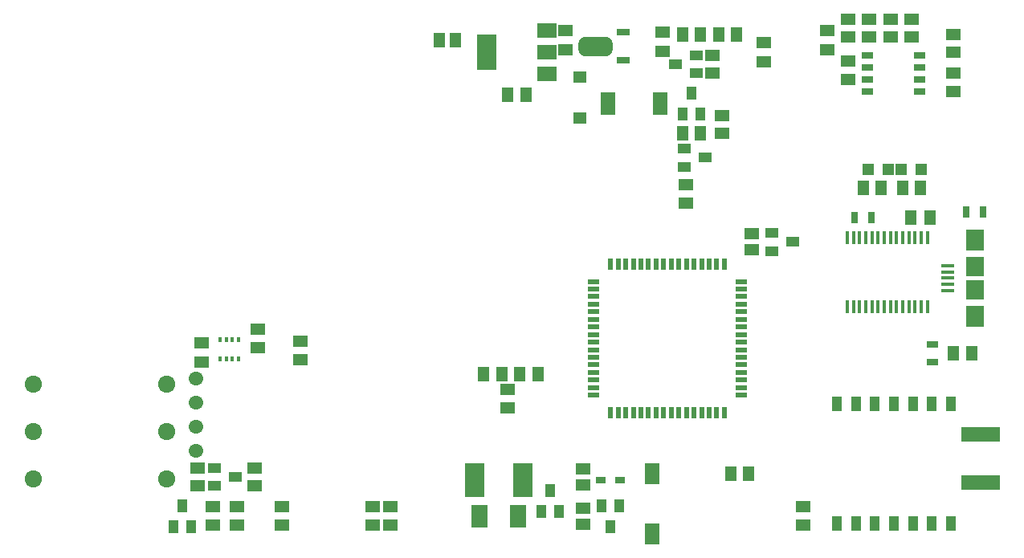
<source format=gbp>
G75*
G70*
%OFA0B0*%
%FSLAX24Y24*%
%IPPOS*%
%LPD*%
%AMOC8*
5,1,8,0,0,1.08239X$1,22.5*
%
%ADD10R,0.1600X0.0600*%
%ADD11R,0.0512X0.0630*%
%ADD12R,0.0630X0.0512*%
%ADD13R,0.0470X0.0220*%
%ADD14R,0.0220X0.0470*%
%ADD15R,0.0512X0.0591*%
%ADD16R,0.0315X0.0472*%
%ADD17R,0.0137X0.0550*%
%ADD18R,0.0551X0.0157*%
%ADD19R,0.0748X0.0787*%
%ADD20R,0.0748X0.0866*%
%ADD21R,0.0472X0.0472*%
%ADD22R,0.0591X0.0512*%
%ADD23R,0.0472X0.0315*%
%ADD24R,0.0630X0.0906*%
%ADD25R,0.0394X0.0551*%
%ADD26R,0.0394X0.0315*%
%ADD27R,0.0709X0.0945*%
%ADD28R,0.0551X0.0394*%
%ADD29R,0.0394X0.0591*%
%ADD30C,0.0630*%
%ADD31C,0.0540*%
%ADD32R,0.0138X0.0197*%
%ADD33R,0.0512X0.0276*%
%ADD34R,0.0551X0.0315*%
%ADD35C,0.0600*%
%ADD36R,0.0591X0.0945*%
%ADD37R,0.0790X0.0590*%
%ADD38R,0.0790X0.1500*%
%ADD39R,0.0579X0.0500*%
%ADD40R,0.0800X0.1400*%
D10*
X042632Y007572D03*
X042632Y009572D03*
D11*
X040526Y018572D03*
X039738Y018572D03*
X024276Y012072D03*
X023488Y012072D03*
X022776Y012072D03*
X021988Y012072D03*
X022988Y023697D03*
X023776Y023697D03*
D12*
X025382Y025554D03*
X025382Y026341D03*
X029429Y026273D03*
X029429Y025486D03*
X033632Y025841D03*
X033632Y025054D03*
X036257Y025554D03*
X036257Y026341D03*
X023007Y011466D03*
X023007Y010679D03*
X017382Y006591D03*
X017382Y005804D03*
X013632Y005804D03*
X013632Y006591D03*
X011757Y006591D03*
X011757Y005804D03*
X010309Y012594D03*
X010309Y013381D03*
X035257Y006591D03*
X035257Y005804D03*
D13*
X032703Y011210D03*
X032703Y011525D03*
X032703Y011840D03*
X032703Y012155D03*
X032703Y012470D03*
X032703Y012785D03*
X032703Y013100D03*
X032703Y013415D03*
X032703Y013730D03*
X032703Y014045D03*
X032703Y014360D03*
X032703Y014675D03*
X032703Y014990D03*
X032703Y015305D03*
X032703Y015620D03*
X032703Y015934D03*
X026561Y015934D03*
X026561Y015620D03*
X026561Y015305D03*
X026561Y014990D03*
X026561Y014675D03*
X026561Y014360D03*
X026561Y014045D03*
X026561Y013730D03*
X026561Y013415D03*
X026561Y013100D03*
X026561Y012785D03*
X026561Y012470D03*
X026561Y012155D03*
X026561Y011840D03*
X026561Y011525D03*
X026561Y011210D03*
D14*
X027270Y010501D03*
X027585Y010501D03*
X027900Y010501D03*
X028215Y010501D03*
X028529Y010501D03*
X028844Y010501D03*
X029159Y010501D03*
X029474Y010501D03*
X029789Y010501D03*
X030104Y010501D03*
X030419Y010501D03*
X030734Y010501D03*
X031049Y010501D03*
X031364Y010501D03*
X031679Y010501D03*
X031994Y010501D03*
X031994Y016643D03*
X031679Y016643D03*
X031364Y016643D03*
X031049Y016643D03*
X030734Y016643D03*
X030419Y016643D03*
X030104Y016643D03*
X029789Y016643D03*
X029474Y016643D03*
X029159Y016643D03*
X028844Y016643D03*
X028529Y016643D03*
X028215Y016643D03*
X027900Y016643D03*
X027585Y016643D03*
X027270Y016643D03*
D15*
X030258Y022072D03*
X031006Y022072D03*
X031006Y026197D03*
X030258Y026197D03*
X031758Y026197D03*
X032506Y026197D03*
X037758Y019822D03*
X038506Y019822D03*
X039383Y019822D03*
X040131Y019822D03*
X041508Y012947D03*
X042256Y012947D03*
X033006Y007947D03*
X032258Y007947D03*
X020841Y025947D03*
X020172Y025947D03*
D16*
X037402Y018572D03*
X038111Y018572D03*
X042027Y018822D03*
X042736Y018822D03*
D17*
X040420Y017762D03*
X040164Y017762D03*
X039908Y017762D03*
X039652Y017762D03*
X039397Y017762D03*
X039141Y017762D03*
X038885Y017762D03*
X038629Y017762D03*
X038373Y017762D03*
X038117Y017762D03*
X037861Y017762D03*
X037605Y017762D03*
X037349Y017762D03*
X037093Y017762D03*
X037093Y014883D03*
X037349Y014883D03*
X037605Y014883D03*
X037861Y014883D03*
X038117Y014883D03*
X038373Y014883D03*
X038629Y014883D03*
X038885Y014883D03*
X039141Y014883D03*
X039397Y014883D03*
X039652Y014883D03*
X039908Y014883D03*
X040164Y014883D03*
X040420Y014883D03*
D18*
X041260Y015560D03*
X041260Y015816D03*
X041260Y016072D03*
X041260Y016328D03*
X041260Y016584D03*
D19*
X042382Y016564D03*
X042382Y015580D03*
D20*
X042382Y014497D03*
X042382Y017647D03*
D21*
X040170Y020572D03*
X039343Y020572D03*
X038795Y020572D03*
X037968Y020572D03*
D22*
X033132Y017907D03*
X033132Y017238D03*
X030382Y019198D03*
X030382Y019946D03*
X031882Y022073D03*
X031882Y022821D03*
X031507Y024573D03*
X031507Y025321D03*
X037132Y025071D03*
X037132Y024323D03*
X037132Y026073D03*
X038007Y026073D03*
X038007Y026821D03*
X037132Y026821D03*
X038882Y026821D03*
X038882Y026073D03*
X039757Y026073D03*
X039757Y026821D03*
X041507Y026196D03*
X041507Y025448D03*
X041507Y024571D03*
X041507Y023823D03*
X026132Y008157D03*
X026132Y007488D03*
X026132Y006532D03*
X026132Y005863D03*
X018132Y005823D03*
X018132Y006571D03*
X012507Y007448D03*
X012507Y008196D03*
X010132Y008196D03*
X010132Y007448D03*
X010757Y006571D03*
X010757Y005823D03*
X014382Y012698D03*
X014382Y013446D03*
X012632Y013198D03*
X012632Y013946D03*
D23*
X040632Y013302D03*
X040632Y012593D03*
D24*
X029007Y007937D03*
X029007Y005457D03*
D25*
X009133Y005764D03*
X009881Y005764D03*
X009507Y006630D03*
X024383Y006389D03*
X025131Y006389D03*
X024757Y007255D03*
X026883Y006630D03*
X027631Y006630D03*
X027257Y005764D03*
X030258Y022889D03*
X031006Y022889D03*
X030632Y023755D03*
D26*
X027651Y007697D03*
X026863Y007697D03*
D27*
X023429Y006197D03*
X021835Y006197D03*
D28*
X011690Y007822D03*
X010824Y007448D03*
X010824Y008196D03*
X030324Y020698D03*
X030324Y021446D03*
X031190Y021072D03*
X033949Y017946D03*
X034815Y017572D03*
X033949Y017198D03*
X030815Y024573D03*
X029949Y024947D03*
X030815Y025321D03*
D29*
X036672Y010861D03*
X037460Y010861D03*
X038247Y010861D03*
X039034Y010861D03*
X039822Y010861D03*
X040609Y010861D03*
X041397Y010861D03*
X041397Y005900D03*
X040609Y005900D03*
X039822Y005900D03*
X039034Y005900D03*
X038247Y005900D03*
X037460Y005900D03*
X036672Y005900D03*
D30*
X008803Y007725D02*
X008803Y007795D01*
X008873Y007795D01*
X008873Y007725D01*
X008803Y007725D01*
X008804Y009693D02*
X008804Y009763D01*
X008874Y009763D01*
X008874Y009693D01*
X008804Y009693D01*
X008804Y011661D02*
X008804Y011731D01*
X008874Y011731D01*
X008874Y011661D01*
X008804Y011661D01*
X003261Y011663D02*
X003261Y011733D01*
X003331Y011733D01*
X003331Y011663D01*
X003261Y011663D01*
X003259Y009760D02*
X003259Y009690D01*
X003259Y009760D02*
X003329Y009760D01*
X003329Y009690D01*
X003259Y009690D01*
X003264Y007794D02*
X003264Y007724D01*
X003264Y007794D02*
X003334Y007794D01*
X003334Y007724D01*
X003264Y007724D01*
D31*
X010023Y008869D02*
X010083Y008869D01*
X010023Y008869D02*
X010023Y008929D01*
X010083Y008929D01*
X010083Y008869D01*
X010083Y009869D02*
X010023Y009869D01*
X010023Y009929D01*
X010083Y009929D01*
X010083Y009869D01*
X010083Y010869D02*
X010023Y010869D01*
X010023Y010929D01*
X010083Y010929D01*
X010083Y010869D01*
X010083Y011869D02*
X010023Y011869D01*
X010023Y011929D01*
X010083Y011929D01*
X010083Y011869D01*
D32*
X011068Y012711D03*
X011324Y012711D03*
X011580Y012711D03*
X011836Y012711D03*
X011836Y013518D03*
X011580Y013518D03*
X011324Y013518D03*
X011068Y013518D03*
D33*
X037924Y023822D03*
X037924Y024322D03*
X037924Y024822D03*
X037924Y025322D03*
X040090Y025322D03*
X040090Y024822D03*
X040090Y024322D03*
X040090Y023822D03*
D34*
X027787Y025107D03*
X027787Y026287D03*
D35*
X026219Y025797D02*
X026219Y025597D01*
X026219Y025797D02*
X027055Y025797D01*
X027055Y025597D01*
X026219Y025597D01*
D36*
X027174Y023322D03*
X029340Y023322D03*
D37*
X024622Y024537D03*
X024622Y025437D03*
X024622Y026337D03*
D38*
X022142Y025447D03*
D39*
X026007Y024419D03*
X026007Y022726D03*
D40*
X023632Y007697D03*
X021632Y007697D03*
M02*

</source>
